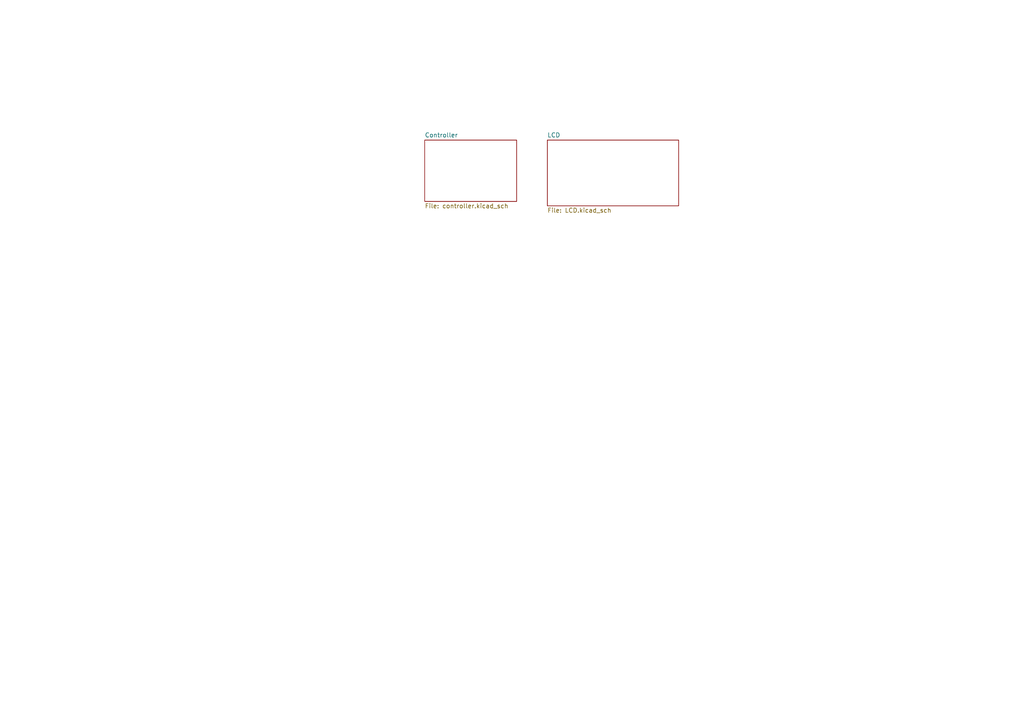
<source format=kicad_sch>
(kicad_sch
	(version 20231120)
	(generator "eeschema")
	(generator_version "8.0")
	(uuid "98c2be80-c7ca-4fe5-b302-238a0f594199")
	(paper "A4")
	(lib_symbols)
	(sheet
		(at 158.75 40.64)
		(size 38.1 19.05)
		(fields_autoplaced yes)
		(stroke
			(width 0.1524)
			(type solid)
		)
		(fill
			(color 0 0 0 0.0000)
		)
		(uuid "2e3fa433-6d71-474f-959d-cbc4e3433184")
		(property "Sheetname" "LCD"
			(at 158.75 39.9284 0)
			(effects
				(font
					(size 1.27 1.27)
				)
				(justify left bottom)
			)
		)
		(property "Sheetfile" "LCD.kicad_sch"
			(at 158.75 60.2746 0)
			(effects
				(font
					(size 1.27 1.27)
				)
				(justify left top)
			)
		)
		(instances
			(project "pg_hw"
				(path "/98c2be80-c7ca-4fe5-b302-238a0f594199"
					(page "3")
				)
			)
		)
	)
	(sheet
		(at 123.19 40.64)
		(size 26.67 17.78)
		(fields_autoplaced yes)
		(stroke
			(width 0.1524)
			(type solid)
		)
		(fill
			(color 0 0 0 0.0000)
		)
		(uuid "8ba1f843-15ae-42f6-a267-5fa0b50da669")
		(property "Sheetname" "Controller"
			(at 123.19 39.9284 0)
			(effects
				(font
					(size 1.27 1.27)
				)
				(justify left bottom)
			)
		)
		(property "Sheetfile" "controller.kicad_sch"
			(at 123.19 59.0046 0)
			(effects
				(font
					(size 1.27 1.27)
				)
				(justify left top)
			)
		)
		(instances
			(project "pg_hw"
				(path "/98c2be80-c7ca-4fe5-b302-238a0f594199"
					(page "2")
				)
			)
		)
	)
	(sheet_instances
		(path "/"
			(page "1")
		)
	)
)

</source>
